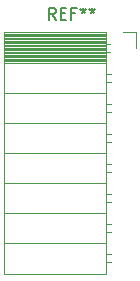
<source format=gbr>
%TF.GenerationSoftware,KiCad,Pcbnew,(7.0.0-0)*%
%TF.CreationDate,2023-03-26T17:43:22+02:00*%
%TF.ProjectId,microsdcard_sub,6d696372-6f73-4646-9361-72645f737562,rev?*%
%TF.SameCoordinates,Original*%
%TF.FileFunction,Legend,Top*%
%TF.FilePolarity,Positive*%
%FSLAX46Y46*%
G04 Gerber Fmt 4.6, Leading zero omitted, Abs format (unit mm)*
G04 Created by KiCad (PCBNEW (7.0.0-0)) date 2023-03-26 17:43:22*
%MOMM*%
%LPD*%
G01*
G04 APERTURE LIST*
%ADD10C,0.150000*%
%ADD11C,0.120000*%
G04 APERTURE END LIST*
D10*
%TO.C,REF\u002A\u002A*%
X72578266Y-57947780D02*
X72244933Y-57471590D01*
X72006838Y-57947780D02*
X72006838Y-56947780D01*
X72006838Y-56947780D02*
X72387790Y-56947780D01*
X72387790Y-56947780D02*
X72483028Y-56995400D01*
X72483028Y-56995400D02*
X72530647Y-57043019D01*
X72530647Y-57043019D02*
X72578266Y-57138257D01*
X72578266Y-57138257D02*
X72578266Y-57281114D01*
X72578266Y-57281114D02*
X72530647Y-57376352D01*
X72530647Y-57376352D02*
X72483028Y-57423971D01*
X72483028Y-57423971D02*
X72387790Y-57471590D01*
X72387790Y-57471590D02*
X72006838Y-57471590D01*
X73006838Y-57423971D02*
X73340171Y-57423971D01*
X73483028Y-57947780D02*
X73006838Y-57947780D01*
X73006838Y-57947780D02*
X73006838Y-56947780D01*
X73006838Y-56947780D02*
X73483028Y-56947780D01*
X74244933Y-57423971D02*
X73911600Y-57423971D01*
X73911600Y-57947780D02*
X73911600Y-56947780D01*
X73911600Y-56947780D02*
X74387790Y-56947780D01*
X74911600Y-56947780D02*
X74911600Y-57185876D01*
X74673505Y-57090638D02*
X74911600Y-57185876D01*
X74911600Y-57185876D02*
X75149695Y-57090638D01*
X74768743Y-57376352D02*
X74911600Y-57185876D01*
X74911600Y-57185876D02*
X75054457Y-57376352D01*
X75673505Y-56947780D02*
X75673505Y-57185876D01*
X75435410Y-57090638D02*
X75673505Y-57185876D01*
X75673505Y-57185876D02*
X75911600Y-57090638D01*
X75530648Y-57376352D02*
X75673505Y-57185876D01*
X75673505Y-57185876D02*
X75816362Y-57376352D01*
D11*
X68201600Y-59020400D02*
X68201600Y-79460400D01*
X68201600Y-59020400D02*
X76831600Y-59020400D01*
X68201600Y-59140400D02*
X76831600Y-59140400D01*
X68201600Y-59258495D02*
X76831600Y-59258495D01*
X68201600Y-59376590D02*
X76831600Y-59376590D01*
X68201600Y-59494685D02*
X76831600Y-59494685D01*
X68201600Y-59612780D02*
X76831600Y-59612780D01*
X68201600Y-59730875D02*
X76831600Y-59730875D01*
X68201600Y-59848970D02*
X76831600Y-59848970D01*
X68201600Y-59967065D02*
X76831600Y-59967065D01*
X68201600Y-60085160D02*
X76831600Y-60085160D01*
X68201600Y-60203255D02*
X76831600Y-60203255D01*
X68201600Y-60321350D02*
X76831600Y-60321350D01*
X68201600Y-60439445D02*
X76831600Y-60439445D01*
X68201600Y-60557540D02*
X76831600Y-60557540D01*
X68201600Y-60675635D02*
X76831600Y-60675635D01*
X68201600Y-60793730D02*
X76831600Y-60793730D01*
X68201600Y-60911825D02*
X76831600Y-60911825D01*
X68201600Y-61029920D02*
X76831600Y-61029920D01*
X68201600Y-61148015D02*
X76831600Y-61148015D01*
X68201600Y-61266110D02*
X76831600Y-61266110D01*
X68201600Y-61384205D02*
X76831600Y-61384205D01*
X68201600Y-61502300D02*
X76831600Y-61502300D01*
X68201600Y-61620400D02*
X76831600Y-61620400D01*
X68201600Y-64160400D02*
X76831600Y-64160400D01*
X68201600Y-66700400D02*
X76831600Y-66700400D01*
X68201600Y-69240400D02*
X76831600Y-69240400D01*
X68201600Y-71780400D02*
X76831600Y-71780400D01*
X68201600Y-74320400D02*
X76831600Y-74320400D01*
X68201600Y-76860400D02*
X76831600Y-76860400D01*
X68201600Y-79460400D02*
X76831600Y-79460400D01*
X76831600Y-59020400D02*
X76831600Y-79460400D01*
X76831600Y-59990400D02*
X77181600Y-59990400D01*
X76831600Y-60710400D02*
X77181600Y-60710400D01*
X76831600Y-62530400D02*
X77241600Y-62530400D01*
X76831600Y-63250400D02*
X77241600Y-63250400D01*
X76831600Y-65070400D02*
X77241600Y-65070400D01*
X76831600Y-65790400D02*
X77241600Y-65790400D01*
X76831600Y-67610400D02*
X77241600Y-67610400D01*
X76831600Y-68330400D02*
X77241600Y-68330400D01*
X76831600Y-70150400D02*
X77241600Y-70150400D01*
X76831600Y-70870400D02*
X77241600Y-70870400D01*
X76831600Y-72690400D02*
X77241600Y-72690400D01*
X76831600Y-73410400D02*
X77241600Y-73410400D01*
X76831600Y-75230400D02*
X77241600Y-75230400D01*
X76831600Y-75950400D02*
X77241600Y-75950400D01*
X76831600Y-77770400D02*
X77241600Y-77770400D01*
X76831600Y-78490400D02*
X77241600Y-78490400D01*
X78291600Y-59020400D02*
X79401600Y-59020400D01*
X79401600Y-59020400D02*
X79401600Y-60350400D01*
%TD*%
M02*

</source>
